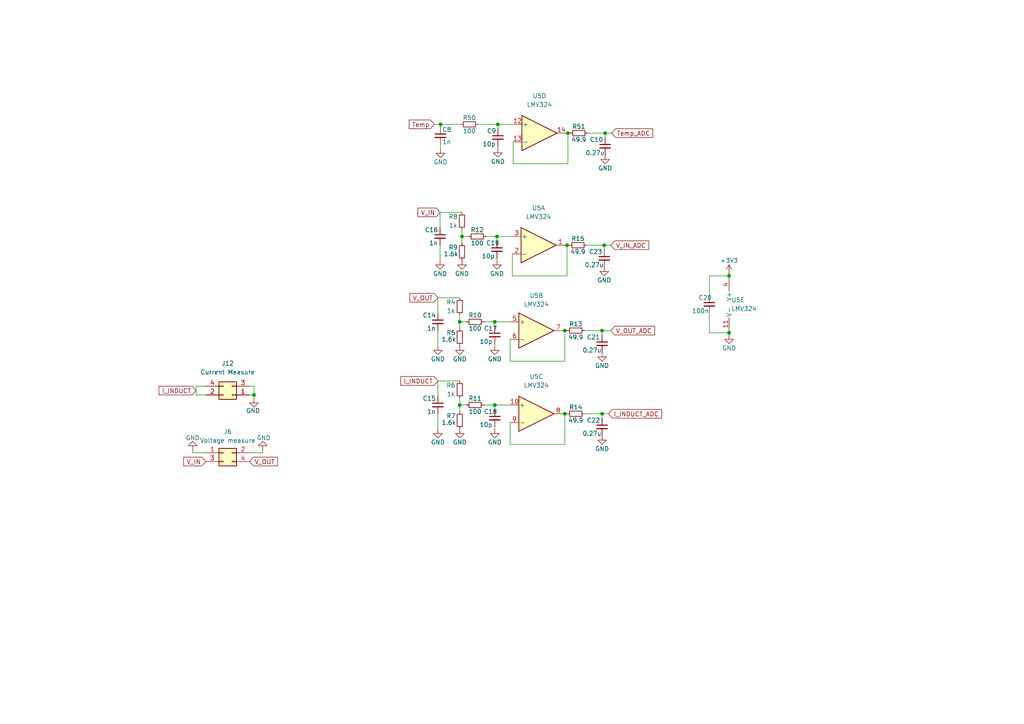
<source format=kicad_sch>
(kicad_sch (version 20211123) (generator eeschema)
  (paper "A4")
  (lib_symbols
    (symbol "Amplifier_Operational:LMV324" (pin_names (offset 0.127))
      (property "Reference" "U" (at 0 5.08 0))
      (property "Value" "LMV324" (at 0 -5.08 0))
      (symbol "LMV324_1_1"
        (polyline (pts (xy -5.08 5.08) (xy 5.08 0) (xy -5.08 -5.08) (xy -5.08 5.08)) (stroke (width 0.254)) (fill (type background)))
        (pin output line (at 7.62 0 180) (length 2.54) (name "~") (number "1"))
        (pin input line (at -7.62 -2.54 0) (length 2.54) (name "-") (number "2"))
        (pin input line (at -7.62 2.54 0) (length 2.54) (name "+") (number "3"))
      )
      (symbol "LMV324_2_1"
        (polyline (pts (xy -5.08 5.08) (xy 5.08 0) (xy -5.08 -5.08) (xy -5.08 5.08)) (stroke (width 0.254)) (fill (type background)))
        (pin input line (at -7.62 2.54 0) (length 2.54) (name "+") (number "5"))
        (pin input line (at -7.62 -2.54 0) (length 2.54) (name "-") (number "6"))
        (pin output line (at 7.62 0 180) (length 2.54) (name "~") (number "7"))
      )
      (symbol "LMV324_3_1"
        (polyline (pts (xy -5.08 5.08) (xy 5.08 0) (xy -5.08 -5.08) (xy -5.08 5.08)) (stroke (width 0.254)) (fill (type background)))
        (pin input line (at -7.62 2.54 0) (length 2.54) (name "+") (number "10"))
        (pin output line (at 7.62 0 180) (length 2.54) (name "~") (number "8"))
        (pin input line (at -7.62 -2.54 0) (length 2.54) (name "-") (number "9"))
      )
      (symbol "LMV324_4_1"
        (polyline (pts (xy -5.08 5.08) (xy 5.08 0) (xy -5.08 -5.08) (xy -5.08 5.08)) (stroke (width 0.254)) (fill (type background)))
        (pin input line (at -7.62 2.54 0) (length 2.54) (name "+") (number "12"))
        (pin input line (at -7.62 -2.54 0) (length 2.54) (name "-") (number "13"))
        (pin output line (at 7.62 0 180) (length 2.54) (name "~") (number "14"))
      )
      (symbol "LMV324_5_1"
        (pin power_in line (at -2.54 -7.62 90) (length 3.81) (name "V-") (number "11"))
        (pin power_in line (at -2.54 7.62 270) (length 3.81) (name "V+") (number "4"))
      )
    )
    (symbol "Connector_Generic:Conn_02x02_Odd_Even" (pin_names (offset 1.016) hide)
      (property "Reference" "J" (at 1.27 2.54 0))
      (property "Value" "Conn_02x02_Odd_Even" (at 1.27 -5.08 0))
      (symbol "Conn_02x02_Odd_Even_1_1"
        (rectangle (start -1.27 -2.413) (end 0 -2.667) (stroke (width 0.1524)))
        (rectangle (start -1.27 0.127) (end 0 -0.127) (stroke (width 0.1524)))
        (rectangle (start -1.27 1.27) (end 3.81 -3.81) (stroke (width 0.254)) (fill (type background)))
        (rectangle (start 3.81 -2.413) (end 2.54 -2.667) (stroke (width 0.1524)))
        (rectangle (start 3.81 0.127) (end 2.54 -0.127) (stroke (width 0.1524)))
        (pin passive line (at -5.08 0 0) (length 3.81) (name "Pin_1") (number "1"))
        (pin passive line (at 7.62 0 180) (length 3.81) (name "Pin_2") (number "2"))
        (pin passive line (at -5.08 -2.54 0) (length 3.81) (name "Pin_3") (number "3"))
        (pin passive line (at 7.62 -2.54 180) (length 3.81) (name "Pin_4") (number "4"))
      )
    )
    (symbol "Device:C_Small" (pin_numbers hide) (pin_names (offset 0.254) hide)
      (property "Reference" "C" (at 0.254 1.778 0))
      (property "Value" "C_Small" (at 0.254 -2.032 0))
      (symbol "C_Small_0_1"
        (polyline (pts (xy -1.524 -0.508) (xy 1.524 -0.508)) (stroke (width 0.3302)))
        (polyline (pts (xy -1.524 0.508) (xy 1.524 0.508)) (stroke (width 0.3048)))
      )
      (symbol "C_Small_1_1"
        (pin passive line (at 0 2.54 270) (length 2.032) (name "~") (number "1"))
        (pin passive line (at 0 -2.54 90) (length 2.032) (name "~") (number "2"))
      )
    )
    (symbol "Device:R_Small" (pin_numbers hide) (pin_names (offset 0.254) hide)
      (property "Reference" "R" (at 0.762 0.508 0))
      (property "Value" "R_Small" (at 0.762 -1.016 0))
      (symbol "R_Small_0_1"
        (rectangle (start -0.762 1.778) (end 0.762 -1.778) (stroke (width 0.2032)))
      )
      (symbol "R_Small_1_1"
        (pin passive line (at 0 2.54 270) (length 0.762) (name "~") (number "1"))
        (pin passive line (at 0 -2.54 90) (length 0.762) (name "~") (number "2"))
      )
    )
    (symbol "power:+3.3V" (power) (pin_names (offset 0))
      (property "Value" "+3.3V" (at 0 3.556 0))
      (symbol "+3.3V_0_1"
        (polyline (pts (xy -0.762 1.27) (xy 0 2.54)))
        (polyline (pts (xy 0 0) (xy 0 2.54)))
        (polyline (pts (xy 0 2.54) (xy 0.762 1.27)))
      )
      (symbol "+3.3V_1_1"
        (pin power_in line (at 0 0 90) (length 0) hide (name "+3V3") (number "1"))
      )
    )
    (symbol "power:GND" (power) (pin_names (offset 0))
      (property "Value" "GND" (at 0 -3.81 0))
      (symbol "GND_0_1"
        (polyline (pts (xy 0 0) (xy 0 -1.27) (xy 1.27 -1.27) (xy 0 -2.54) (xy -1.27 -1.27) (xy 0 -1.27)))
      )
      (symbol "GND_1_1"
        (pin power_in line (at 0 0 270) (length 0) hide (name "GND") (number "1"))
      )
    )
  )
  (junction (at 133.985 68.58))
  (junction (at 73.66 114.554))
  (junction (at 164.719 38.608))
  (junction (at 144.145 68.58))
  (junction (at 144.399 36.068))
  (junction (at 164.465 71.12))
  (junction (at 143.51 117.475))
  (junction (at 133.35 93.345))
  (junction (at 211.455 80.01))
  (junction (at 163.83 120.015))
  (junction (at 175.26 71.12))
  (junction (at 175.514 38.608))
  (junction (at 127.762 36.068))
  (junction (at 174.625 95.885))
  (junction (at 211.455 96.52))
  (junction (at 163.83 95.885))
  (junction (at 174.625 120.015))
  (junction (at 143.51 93.345))
  (junction (at 133.35 117.475))
  (wire (pts (xy 125.984 36.068) (xy 127.762 36.068)))
  (wire (pts (xy 72.39 112.014) (xy 73.66 112.014)))
  (wire (pts (xy 175.26 71.12) (xy 177.165 71.12)))
  (wire (pts (xy 144.145 75.565) (xy 144.145 74.93)))
  (wire (pts (xy 56.896 112.014) (xy 56.896 114.554)))
  (wire (pts (xy 133.985 68.58) (xy 133.985 70.485)))
  (wire (pts (xy 72.39 114.554) (xy 73.66 114.554)))
  (wire (pts (xy 73.66 112.014) (xy 73.66 114.554)))
  (wire (pts (xy 211.455 95.885) (xy 211.455 96.52)))
  (wire (pts (xy 147.955 98.425) (xy 147.955 104.775)))
  (wire (pts (xy 164.465 71.12) (xy 165.1 71.12)))
  (wire (pts (xy 148.844 41.148) (xy 148.844 47.498)))
  (wire (pts (xy 211.455 80.01) (xy 211.455 80.645)))
  (wire (pts (xy 174.625 120.015) (xy 174.625 121.285)))
  (wire (pts (xy 133.35 93.345) (xy 135.255 93.345)))
  (wire (pts (xy 55.88 130.556) (xy 55.88 131.318)))
  (wire (pts (xy 143.51 100.33) (xy 143.51 99.695)))
  (wire (pts (xy 163.195 120.015) (xy 163.83 120.015)))
  (wire (pts (xy 174.625 95.885) (xy 174.625 97.155)))
  (wire (pts (xy 127.762 41.91) (xy 127.762 43.18)))
  (wire (pts (xy 175.514 38.608) (xy 177.419 38.608)))
  (wire (pts (xy 164.084 38.608) (xy 164.719 38.608)))
  (wire (pts (xy 127.635 61.595) (xy 133.985 61.595)))
  (wire (pts (xy 133.35 91.44) (xy 133.35 93.345)))
  (wire (pts (xy 127.762 36.068) (xy 133.604 36.068)))
  (wire (pts (xy 164.465 80.01) (xy 164.465 71.12)))
  (wire (pts (xy 211.455 96.52) (xy 211.455 97.155)))
  (wire (pts (xy 164.719 38.608) (xy 165.354 38.608)))
  (wire (pts (xy 133.985 66.675) (xy 133.985 68.58)))
  (wire (pts (xy 143.51 93.345) (xy 147.955 93.345)))
  (wire (pts (xy 163.83 128.905) (xy 163.83 120.015)))
  (wire (pts (xy 55.88 131.318) (xy 59.69 131.318)))
  (wire (pts (xy 133.985 68.58) (xy 135.89 68.58)))
  (wire (pts (xy 170.434 38.608) (xy 175.514 38.608)))
  (wire (pts (xy 148.844 47.498) (xy 164.719 47.498)))
  (wire (pts (xy 127 95.885) (xy 127 100.33)))
  (wire (pts (xy 211.455 79.375) (xy 211.455 80.01)))
  (wire (pts (xy 163.83 104.775) (xy 163.83 95.885)))
  (wire (pts (xy 163.83 95.885) (xy 164.465 95.885)))
  (wire (pts (xy 164.719 47.498) (xy 164.719 38.608)))
  (wire (pts (xy 163.83 120.015) (xy 164.465 120.015)))
  (wire (pts (xy 175.26 71.12) (xy 175.26 72.39)))
  (wire (pts (xy 127.635 61.595) (xy 127.635 66.04)))
  (wire (pts (xy 147.955 104.775) (xy 163.83 104.775)))
  (wire (pts (xy 143.51 93.345) (xy 143.51 94.615)))
  (wire (pts (xy 144.399 36.068) (xy 148.844 36.068)))
  (wire (pts (xy 76.2 131.318) (xy 76.2 130.556)))
  (wire (pts (xy 143.51 117.475) (xy 143.51 118.745)))
  (wire (pts (xy 140.335 93.345) (xy 143.51 93.345)))
  (wire (pts (xy 127.762 36.068) (xy 127.762 36.83)))
  (wire (pts (xy 147.955 128.905) (xy 163.83 128.905)))
  (wire (pts (xy 144.145 68.58) (xy 144.145 69.85)))
  (wire (pts (xy 138.684 36.068) (xy 144.399 36.068)))
  (wire (pts (xy 59.69 114.554) (xy 56.896 114.554)))
  (wire (pts (xy 140.97 68.58) (xy 144.145 68.58)))
  (wire (pts (xy 163.83 71.12) (xy 164.465 71.12)))
  (wire (pts (xy 163.195 95.885) (xy 163.83 95.885)))
  (wire (pts (xy 127 110.49) (xy 127 114.935)))
  (wire (pts (xy 174.625 95.885) (xy 177.165 95.885)))
  (wire (pts (xy 144.145 68.58) (xy 148.59 68.58)))
  (wire (pts (xy 127 86.36) (xy 133.35 86.36)))
  (wire (pts (xy 73.66 114.554) (xy 73.66 115.57)))
  (wire (pts (xy 143.51 124.46) (xy 143.51 123.825)))
  (wire (pts (xy 170.18 71.12) (xy 175.26 71.12)))
  (wire (pts (xy 175.514 38.608) (xy 175.514 39.878)))
  (wire (pts (xy 148.59 80.01) (xy 164.465 80.01)))
  (wire (pts (xy 133.35 117.475) (xy 135.255 117.475)))
  (wire (pts (xy 76.2 131.318) (xy 72.39 131.318)))
  (wire (pts (xy 127 120.015) (xy 127 124.46)))
  (wire (pts (xy 127 86.36) (xy 127 90.805)))
  (wire (pts (xy 140.335 117.475) (xy 143.51 117.475)))
  (wire (pts (xy 127 110.49) (xy 133.35 110.49)))
  (wire (pts (xy 148.59 73.66) (xy 148.59 80.01)))
  (wire (pts (xy 127.635 71.12) (xy 127.635 75.565)))
  (wire (pts (xy 147.955 122.555) (xy 147.955 128.905)))
  (wire (pts (xy 143.51 117.475) (xy 147.955 117.475)))
  (wire (pts (xy 144.399 43.053) (xy 144.399 42.418)))
  (wire (pts (xy 205.74 96.52) (xy 211.455 96.52)))
  (wire (pts (xy 169.545 95.885) (xy 174.625 95.885)))
  (wire (pts (xy 205.74 80.01) (xy 211.455 80.01)))
  (wire (pts (xy 169.545 120.015) (xy 174.625 120.015)))
  (wire (pts (xy 205.74 85.725) (xy 205.74 80.01)))
  (wire (pts (xy 144.399 36.068) (xy 144.399 37.338)))
  (wire (pts (xy 133.35 115.57) (xy 133.35 117.475)))
  (wire (pts (xy 133.35 117.475) (xy 133.35 119.38)))
  (wire (pts (xy 205.74 90.805) (xy 205.74 96.52)))
  (wire (pts (xy 133.35 93.345) (xy 133.35 95.25)))
  (wire (pts (xy 59.69 112.014) (xy 56.896 112.014)))
  (wire (pts (xy 174.625 120.015) (xy 176.53 120.015)))
  (global_label "V_OUT" (shape input) (at 72.39 133.858 0) (property "Intersheet References" "${INTERSHEET_REFS}" (effects hide)))
  (global_label "Temp" (shape input) (at 125.984 36.068 180) (property "Intersheet References" "${INTERSHEET_REFS}" (effects hide)))
  (global_label "I_INDUCT" (shape input) (at 127 110.49 180) (property "Intersheet References" "${INTERSHEET_REFS}" (effects hide)))
  (global_label "V_IN" (shape input) (at 59.69 133.858 180) (property "Intersheet References" "${INTERSHEET_REFS}" (effects hide)))
  (global_label "V_OUT_ADC" (shape input) (at 177.165 95.885 0) (property "Intersheet References" "${INTERSHEET_REFS}" (effects hide)))
  (global_label "I_INDUCT_ADC" (shape input) (at 176.53 120.015 0) (property "Intersheet References" "${INTERSHEET_REFS}" (effects hide)))
  (global_label "V_OUT" (shape input) (at 127 86.36 180) (property "Intersheet References" "${INTERSHEET_REFS}" (effects hide)))
  (global_label "V_IN_ADC" (shape input) (at 177.165 71.12 0) (property "Intersheet References" "${INTERSHEET_REFS}" (effects hide)))
  (global_label "V_IN" (shape input) (at 127.635 61.595 180) (property "Intersheet References" "${INTERSHEET_REFS}" (effects hide)))
  (global_label "Temp_ADC" (shape input) (at 177.419 38.608 0) (property "Intersheet References" "${INTERSHEET_REFS}" (effects hide)))
  (global_label "I_INDUCT" (shape input) (at 56.896 113.284 180) (property "Intersheet References" "${INTERSHEET_REFS}" (effects hide)))
  (symbol (lib_id "Amplifier_Operational:LMV324") (at 155.575 95.885 0) (unit 2)
    (property "Reference" "U5" (at 155.575 85.725 0))
    (property "Value" "LMV324" (at 155.575 88.265 0))
    (property "Footprint" "Package_SO:SOIC-14_3.9x8.7mm_P1.27mm" (effects hide))
    (property "Datasheet" "http://www.ti.com/lit/ds/symlink/lmv324.pdf" (effects hide))
  )
  (symbol (lib_id "power:GND") (at 133.35 124.46 0) (unit 1)
    (property "Reference" "#PWR037" (effects hide))
    (property "Value" "GND" (at 133.35 128.27 0))
  )
  (symbol (lib_id "Device:R_Small") (at 136.144 36.068 270) (unit 1)
    (property "Reference" "R50" (at 136.144 34.163 90))
    (property "Value" "100" (at 136.144 37.973 90))
    (property "Footprint" "Resistor_SMD:R_0805_2012Metric_Pad1.20x1.40mm_HandSolder" (effects hide))
  )
  (symbol (lib_id "Device:R_Small") (at 137.795 93.345 270) (unit 1)
    (property "Reference" "R10" (at 137.795 91.44 90))
    (property "Value" "100" (at 137.795 95.25 90))
    (property "Footprint" "Resistor_SMD:R_0805_2012Metric_Pad1.20x1.40mm_HandSolder" (effects hide))
  )
  (symbol (lib_id "Device:C_Small") (at 174.625 123.825 0) (unit 1)
    (property "Reference" "C22" (at 170.18 121.92 0) (effects (justify left)))
    (property "Value" "0.27u" (at 168.91 125.73 0) (effects (justify left)))
    (property "Footprint" "Capacitor_SMD:C_0805_2012Metric_Pad1.18x1.45mm_HandSolder" (effects hide))
  )
  (symbol (lib_id "Device:C_Small") (at 143.51 121.285 0) (unit 1)
    (property "Reference" "C18" (at 140.335 119.38 0) (effects (justify left)))
    (property "Value" "10p" (at 139.065 123.19 0) (effects (justify left)))
    (property "Footprint" "Capacitor_SMD:C_0805_2012Metric_Pad1.18x1.45mm_HandSolder" (effects hide))
  )
  (symbol (lib_id "Device:R_Small") (at 133.35 88.9 180) (unit 1)
    (property "Reference" "R4" (at 130.81 87.63 0))
    (property "Value" "1k" (at 130.81 90.17 0))
    (property "Footprint" "Resistor_SMD:R_0805_2012Metric_Pad1.20x1.40mm_HandSolder" (effects hide))
  )
  (symbol (lib_id "Device:R_Small") (at 133.35 121.92 180) (unit 1)
    (property "Reference" "R7" (at 130.81 120.65 0))
    (property "Value" "1.6k" (at 130.175 122.555 0))
    (property "Footprint" "Resistor_SMD:R_0805_2012Metric_Pad1.20x1.40mm_HandSolder" (effects hide))
  )
  (symbol (lib_id "Device:C_Small") (at 143.51 97.155 0) (unit 1)
    (property "Reference" "C17" (at 140.335 95.25 0) (effects (justify left)))
    (property "Value" "10p" (at 139.065 99.06 0) (effects (justify left)))
    (property "Footprint" "Capacitor_SMD:C_0805_2012Metric_Pad1.18x1.45mm_HandSolder" (effects hide))
  )
  (symbol (lib_id "Device:C_Small") (at 127 117.475 0) (unit 1)
    (property "Reference" "C15" (at 122.555 115.57 0) (effects (justify left)))
    (property "Value" "1n" (at 123.825 119.38 0) (effects (justify left)))
    (property "Footprint" "Capacitor_SMD:C_0805_2012Metric_Pad1.18x1.45mm_HandSolder" (effects hide))
  )
  (symbol (lib_id "power:GND") (at 127 124.46 0) (unit 1)
    (property "Reference" "#PWR030" (effects hide))
    (property "Value" "GND" (at 127 128.27 0))
  )
  (symbol (lib_id "Device:C_Small") (at 175.514 42.418 0) (unit 1)
    (property "Reference" "C10" (at 171.069 40.513 0) (effects (justify left)))
    (property "Value" "0.27u" (at 169.799 44.323 0) (effects (justify left)))
    (property "Footprint" "Capacitor_SMD:C_0805_2012Metric_Pad1.18x1.45mm_HandSolder" (effects hide))
  )
  (symbol (lib_id "Amplifier_Operational:LMV324") (at 156.464 38.608 0) (unit 4)
    (property "Reference" "U5" (at 156.464 27.813 0))
    (property "Value" "LMV324" (at 156.464 30.353 0))
    (property "Footprint" "Package_SO:SOIC-14_3.9x8.7mm_P1.27mm" (effects hide))
    (property "Datasheet" "http://www.ti.com/lit/ds/symlink/lmv324.pdf" (effects hide))
  )
  (symbol (lib_id "Device:R_Small") (at 133.35 113.03 180) (unit 1)
    (property "Reference" "R6" (at 130.81 111.76 0))
    (property "Value" "1k" (at 130.81 114.3 0))
    (property "Footprint" "Resistor_SMD:R_0805_2012Metric_Pad1.20x1.40mm_HandSolder" (effects hide))
  )
  (symbol (lib_id "power:GND") (at 144.399 43.053 0) (unit 1)
    (property "Reference" "#PWR043" (effects hide))
    (property "Value" "GND" (at 144.399 46.863 0))
  )
  (symbol (lib_id "Device:R_Small") (at 137.795 117.475 270) (unit 1)
    (property "Reference" "R11" (at 137.795 115.57 90))
    (property "Value" "100" (at 137.795 119.38 90))
    (property "Footprint" "Resistor_SMD:R_0805_2012Metric_Pad1.20x1.40mm_HandSolder" (effects hide))
  )
  (symbol (lib_id "power:GND") (at 133.35 100.33 0) (unit 1)
    (property "Reference" "#PWR036" (effects hide))
    (property "Value" "GND" (at 133.35 104.14 0))
  )
  (symbol (lib_id "Device:C_Small") (at 144.399 39.878 0) (unit 1)
    (property "Reference" "C9" (at 141.224 37.973 0) (effects (justify left)))
    (property "Value" "10p" (at 139.954 41.783 0) (effects (justify left)))
    (property "Footprint" "Capacitor_SMD:C_0805_2012Metric_Pad1.18x1.45mm_HandSolder" (effects hide))
  )
  (symbol (lib_id "Device:C_Small") (at 127.762 39.37 0) (unit 1)
    (property "Reference" "C8" (at 128.27 37.592 0) (effects (justify left)))
    (property "Value" "1n" (at 128.27 41.148 0) (effects (justify left)))
    (property "Footprint" "Capacitor_SMD:C_0805_2012Metric_Pad1.18x1.45mm_HandSolder" (effects hide))
  )
  (symbol (lib_id "Device:R_Small") (at 167.894 38.608 270) (unit 1)
    (property "Reference" "R51" (at 167.894 36.703 90))
    (property "Value" "49.9" (at 167.894 40.513 90))
    (property "Footprint" "Resistor_SMD:R_0805_2012Metric_Pad1.20x1.40mm_HandSolder" (effects hide))
  )
  (symbol (lib_id "Device:R_Small") (at 133.985 73.025 180) (unit 1)
    (property "Reference" "R9" (at 131.445 71.755 0))
    (property "Value" "1.6k" (at 130.81 73.66 0))
    (property "Footprint" "Resistor_SMD:R_0805_2012Metric_Pad1.20x1.40mm_HandSolder" (effects hide))
  )
  (symbol (lib_id "power:GND") (at 174.625 126.365 0) (unit 1)
    (property "Reference" "#PWR052" (effects hide))
    (property "Value" "GND" (at 174.625 130.175 0))
  )
  (symbol (lib_id "power:GND") (at 174.625 102.235 0) (unit 1)
    (property "Reference" "#PWR051" (effects hide))
    (property "Value" "GND" (at 174.625 106.045 0))
  )
  (symbol (lib_id "Device:C_Small") (at 144.145 72.39 0) (unit 1)
    (property "Reference" "C19" (at 140.97 70.485 0) (effects (justify left)))
    (property "Value" "10p" (at 139.7 74.295 0) (effects (justify left)))
    (property "Footprint" "Capacitor_SMD:C_0805_2012Metric_Pad1.18x1.45mm_HandSolder" (effects hide))
  )
  (symbol (lib_id "Device:R_Small") (at 167.64 71.12 270) (unit 1)
    (property "Reference" "R15" (at 167.64 69.215 90))
    (property "Value" "49.9" (at 167.64 73.025 90))
    (property "Footprint" "Resistor_SMD:R_0805_2012Metric_Pad1.20x1.40mm_HandSolder" (effects hide))
  )
  (symbol (lib_id "power:GND") (at 175.514 44.958 0) (unit 1)
    (property "Reference" "#PWR044" (effects hide))
    (property "Value" "GND" (at 175.514 48.768 0))
  )
  (symbol (lib_id "Device:C_Small") (at 175.26 74.93 0) (unit 1)
    (property "Reference" "C23" (at 170.815 73.025 0) (effects (justify left)))
    (property "Value" "0.27u" (at 169.545 76.835 0) (effects (justify left)))
    (property "Footprint" "Capacitor_SMD:C_0805_2012Metric_Pad1.18x1.45mm_HandSolder" (effects hide))
  )
  (symbol (lib_id "Amplifier_Operational:LMV324") (at 156.21 71.12 0) (unit 1)
    (property "Reference" "U5" (at 156.21 60.325 0))
    (property "Value" "LMV324" (at 156.21 62.865 0))
    (property "Footprint" "Package_SO:SOIC-14_3.9x8.7mm_P1.27mm" (effects hide))
    (property "Datasheet" "http://www.ti.com/lit/ds/symlink/lmv324.pdf" (effects hide))
  )
  (symbol (lib_id "Device:C_Small") (at 174.625 99.695 0) (unit 1)
    (property "Reference" "C21" (at 170.18 97.79 0) (effects (justify left)))
    (property "Value" "0.27u" (at 168.91 101.6 0) (effects (justify left)))
    (property "Footprint" "Capacitor_SMD:C_0805_2012Metric_Pad1.18x1.45mm_HandSolder" (effects hide))
  )
  (symbol (lib_id "power:GND") (at 211.455 97.155 0) (unit 1)
    (property "Reference" "#PWR050" (effects hide))
    (property "Value" "GND" (at 211.455 100.965 0))
  )
  (symbol (lib_id "Device:C_Small") (at 127 93.345 0) (unit 1)
    (property "Reference" "C14" (at 122.555 91.44 0) (effects (justify left)))
    (property "Value" "1n" (at 123.825 95.25 0) (effects (justify left)))
    (property "Footprint" "Capacitor_SMD:C_0805_2012Metric_Pad1.18x1.45mm_HandSolder" (effects hide))
  )
  (symbol (lib_id "power:GND") (at 55.88 130.556 180) (unit 1)
    (property "Reference" "#PWR027" (effects hide))
    (property "Value" "GND" (at 55.88 127 0))
  )
  (symbol (lib_id "power:GND") (at 73.66 115.57 0) (unit 1)
    (property "Reference" "#PWR028" (effects hide))
    (property "Value" "GND" (at 75.438 119.126 0) (effects (justify right)))
  )
  (symbol (lib_id "Device:R_Small") (at 133.35 97.79 180) (unit 1)
    (property "Reference" "R5" (at 130.81 96.52 0))
    (property "Value" "1.6k" (at 130.175 98.425 0))
    (property "Footprint" "Resistor_SMD:R_0805_2012Metric_Pad1.20x1.40mm_HandSolder" (effects hide))
  )
  (symbol (lib_id "power:GND") (at 144.145 75.565 0) (unit 1)
    (property "Reference" "#PWR048" (effects hide))
    (property "Value" "GND" (at 144.145 79.375 0))
  )
  (symbol (lib_id "Connector_Generic:Conn_02x02_Odd_Even") (at 67.31 114.554 180) (unit 1)
    (property "Reference" "J12" (at 66.04 105.41 0))
    (property "Value" "Current Measure" (at 66.04 107.95 0))
    (property "Footprint" "Connector_Molex:Molex_Micro-Fit_3.0_43045-0400_2x02_P3.00mm_Horizontal" (effects hide))
  )
  (symbol (lib_id "Device:R_Small") (at 167.005 120.015 270) (unit 1)
    (property "Reference" "R14" (at 167.005 118.11 90))
    (property "Value" "49.9" (at 167.005 121.92 90))
    (property "Footprint" "Resistor_SMD:R_0805_2012Metric_Pad1.20x1.40mm_HandSolder" (effects hide))
  )
  (symbol (lib_id "power:GND") (at 175.26 77.47 0) (unit 1)
    (property "Reference" "#PWR053" (effects hide))
    (property "Value" "GND" (at 175.26 81.28 0))
  )
  (symbol (lib_id "power:+3.3V") (at 211.455 79.375 0) (unit 1)
    (property "Reference" "#PWR049" (effects hide))
    (property "Value" "+3.3V" (at 211.455 75.565 0))
  )
  (symbol (lib_id "power:GND") (at 133.985 75.565 0) (unit 1)
    (property "Reference" "#PWR040" (effects hide))
    (property "Value" "GND" (at 133.985 79.375 0))
  )
  (symbol (lib_id "power:GND") (at 127.635 75.565 0) (unit 1)
    (property "Reference" "#PWR031" (effects hide))
    (property "Value" "GND" (at 127.635 79.375 0))
  )
  (symbol (lib_id "Amplifier_Operational:LMV324") (at 155.575 120.015 0) (unit 3)
    (property "Reference" "U5" (at 155.575 109.22 0))
    (property "Value" "LMV324" (at 155.575 111.76 0))
    (property "Footprint" "Package_SO:SOIC-14_3.9x8.7mm_P1.27mm" (effects hide))
    (property "Datasheet" "http://www.ti.com/lit/ds/symlink/lmv324.pdf" (effects hide))
  )
  (symbol (lib_id "power:GND") (at 143.51 100.33 0) (unit 1)
    (property "Reference" "#PWR041" (effects hide))
    (property "Value" "GND" (at 143.51 104.14 0))
  )
  (symbol (lib_id "power:GND") (at 143.51 124.46 0) (unit 1)
    (property "Reference" "#PWR047" (effects hide))
    (property "Value" "GND" (at 143.51 128.27 0))
  )
  (symbol (lib_id "Device:R_Small") (at 138.43 68.58 270) (unit 1)
    (property "Reference" "R12" (at 138.43 66.675 90))
    (property "Value" "100" (at 138.43 70.485 90))
    (property "Footprint" "Resistor_SMD:R_0805_2012Metric_Pad1.20x1.40mm_HandSolder" (effects hide))
  )
  (symbol (lib_id "Amplifier_Operational:LMV324") (at 213.995 88.265 0) (unit 5)
    (property "Reference" "U5" (at 212.09 86.9949 0) (effects (justify left)))
    (property "Value" "LMV324" (at 212.09 89.5349 0) (effects (justify left)))
    (property "Footprint" "Package_SO:SOIC-14_3.9x8.7mm_P1.27mm" (effects hide))
    (property "Datasheet" "http://www.ti.com/lit/ds/symlink/lmv324.pdf" (effects hide))
  )
  (symbol (lib_id "Device:C_Small") (at 205.74 88.265 0) (unit 1)
    (property "Reference" "C20" (at 202.565 86.36 0) (effects (justify left)))
    (property "Value" "100n" (at 200.66 90.17 0) (effects (justify left)))
    (property "Footprint" "Capacitor_SMD:C_0805_2012Metric_Pad1.18x1.45mm_HandSolder" (effects hide))
  )
  (symbol (lib_id "Connector_Generic:Conn_02x02_Odd_Even") (at 64.77 131.318 0) (unit 1)
    (property "Reference" "J6" (at 66.04 125.222 0))
    (property "Value" "Voltage measure" (at 66.04 127.762 0))
    (property "Footprint" "Connector_Molex:Molex_Micro-Fit_3.0_43045-0400_2x02_P3.00mm_Horizontal" (effects hide))
  )
  (symbol (lib_id "Device:C_Small") (at 127.635 68.58 0) (unit 1)
    (property "Reference" "C16" (at 123.19 66.675 0) (effects (justify left)))
    (property "Value" "1n" (at 124.46 70.485 0) (effects (justify left)))
    (property "Footprint" "Capacitor_SMD:C_0805_2012Metric_Pad1.18x1.45mm_HandSolder" (effects hide))
  )
  (symbol (lib_id "Device:R_Small") (at 167.005 95.885 270) (unit 1)
    (property "Reference" "R13" (at 167.005 93.98 90))
    (property "Value" "49.9" (at 167.005 97.79 90))
    (property "Footprint" "Resistor_SMD:R_0805_2012Metric_Pad1.20x1.40mm_HandSolder" (effects hide))
  )
  (symbol (lib_id "power:GND") (at 127.762 43.18 0) (unit 1)
    (property "Reference" "#PWR039" (effects hide))
    (property "Value" "GND" (at 127.762 46.99 0))
  )
  (symbol (lib_id "power:GND") (at 76.2 130.556 180) (unit 1)
    (property "Reference" "#PWR029" (effects hide))
    (property "Value" "GND" (at 74.422 127 0) (effects (justify right)))
  )
  (symbol (lib_id "Device:R_Small") (at 133.985 64.135 180) (unit 1)
    (property "Reference" "R8" (at 131.445 62.865 0))
    (property "Value" "1k" (at 131.445 65.405 0))
    (property "Footprint" "Resistor_SMD:R_0805_2012Metric_Pad1.20x1.40mm_HandSolder" (effects hide))
  )
  (symbol (lib_id "power:GND") (at 127 100.33 0) (unit 1)
    (property "Reference" "#PWR025" (effects hide))
    (property "Value" "GND" (at 127 104.14 0))
  )
)
</source>
